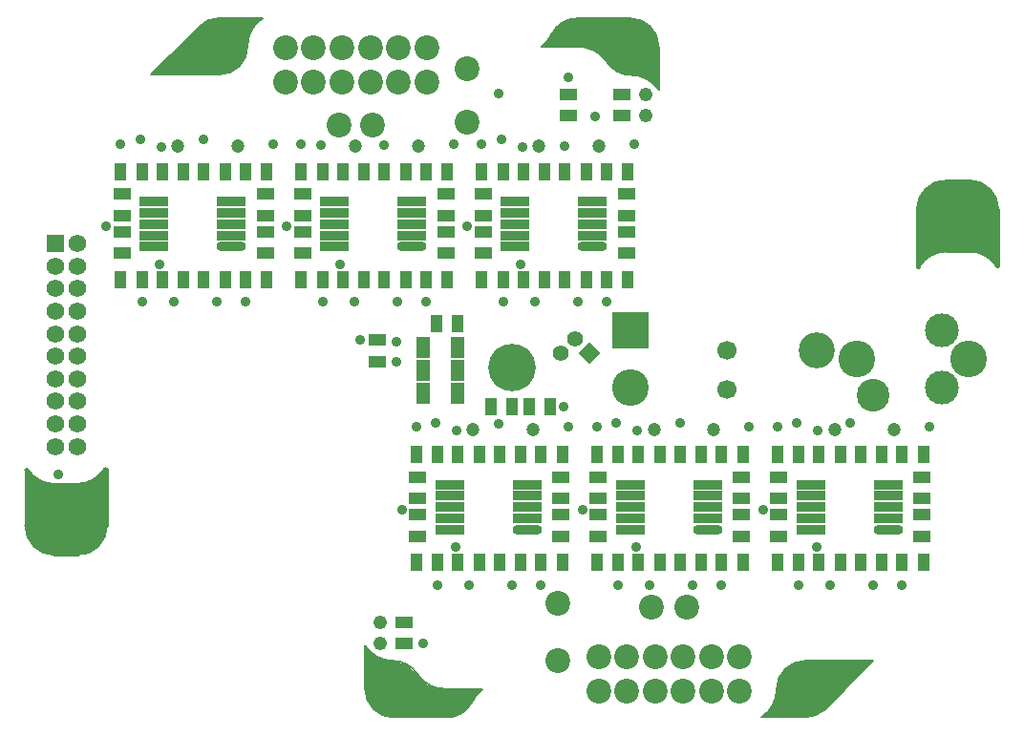
<source format=gts>
G04*
G04 #@! TF.GenerationSoftware,Altium Limited,Altium Designer,20.1.10 (176)*
G04*
G04 Layer_Color=8388736*
%FSAX42Y42*%
%MOMM*%
G71*
G04*
G04 #@! TF.SameCoordinates,63434018-A3C6-436E-83B0-3C2E02A57827*
G04*
G04*
G04 #@! TF.FilePolarity,Negative*
G04*
G01*
G75*
%ADD12C,0.20*%
%ADD15C,0.40*%
%ADD16R,1.50X1.00*%
%ADD17R,1.20X1.90*%
%ADD18R,1.00X1.50*%
%ADD19R,2.62X0.84*%
%ADD20O,2.62X0.84*%
%ADD21C,3.25*%
%ADD22C,3.00*%
%ADD23R,3.25X3.25*%
%ADD24C,1.57*%
%ADD25R,1.57X1.57*%
%ADD26C,1.40*%
%ADD27P,1.98X4X270.0*%
%ADD28C,1.22*%
%ADD29C,1.20*%
%ADD30C,0.90*%
%ADD31C,1.70*%
%ADD32C,2.90*%
%ADD33C,3.20*%
%ADD34C,2.20*%
%ADD35C,4.20*%
G36*
X003131Y000738D02*
X003131Y000738D01*
X003131Y000738D01*
X003143Y000725D01*
X003169Y000702D01*
X003198Y000682D01*
X003229Y000666D01*
X003245Y000660D01*
Y000660D01*
X003273Y000656D01*
X003329Y000646D01*
X003385Y000634D01*
X003440Y000621D01*
X003468Y000613D01*
X003642Y000439D01*
X003642Y000439D01*
X003655Y000431D01*
X003683Y000417D01*
X003713Y000405D01*
X003743Y000397D01*
X003774Y000391D01*
X003805Y000388D01*
X003837Y000389D01*
X003868Y000392D01*
X003883Y000395D01*
X003883Y000395D01*
X003914Y000396D01*
X003976Y000396D01*
X004038Y000396D01*
X004100Y000395D01*
X004116Y000395D01*
X004120Y000390D01*
X004123Y000382D01*
X004120Y000378D01*
X004115Y000372D01*
X004113Y000369D01*
X004018Y000239D01*
X003956Y000177D01*
X003849Y000145D01*
X003346Y000145D01*
Y000145D01*
X003322Y000145D01*
X003273Y000154D01*
X003228Y000173D01*
X003187Y000200D01*
X003152Y000235D01*
X003125Y000276D01*
X003106Y000322D01*
X003096Y000370D01*
X003096Y000395D01*
X003096Y000760D01*
X003108Y000765D01*
X003131Y000738D01*
D02*
G37*
G36*
X000128Y002297D02*
X000152Y002274D01*
X000177Y002251D01*
X000190Y002241D01*
X000190Y002241D01*
X000209Y002234D01*
X000247Y002222D01*
X000286Y002212D01*
X000325Y002204D01*
X000345Y002202D01*
X000345Y002202D01*
X000379Y002200D01*
X000447Y002200D01*
X000516Y002204D01*
X000583Y002212D01*
X000617Y002218D01*
X000643Y002227D01*
X000694Y002249D01*
X000744Y002273D01*
X000791Y002301D01*
X000803Y002309D01*
X000815Y002303D01*
X000812Y001863D01*
X000812Y001845D01*
X000807Y001810D01*
X000798Y001776D01*
X000785Y001744D01*
X000767Y001714D01*
X000746Y001686D01*
X000721Y001661D01*
X000693Y001640D01*
X000662Y001622D01*
X000630Y001609D01*
X000596Y001600D01*
X000561Y001595D01*
X000544Y001595D01*
X000355D01*
X000355Y001595D01*
X000355Y001595D01*
X000334Y001595D01*
X000293Y001601D01*
X000253Y001613D01*
X000215Y001630D01*
X000180Y001653D01*
X000149Y001681D01*
X000122Y001712D01*
X000099Y001748D01*
X000091Y001767D01*
X000095Y002316D01*
X000099Y002319D01*
X000108Y002320D01*
X000128Y002297D01*
D02*
G37*
G36*
X002174Y006336D02*
X002103Y006266D01*
X002066Y006192D01*
X002052Y006052D01*
X002052Y006052D01*
X002048Y006031D01*
X002032Y005990D01*
X002009Y005952D01*
X001981Y005919D01*
X001947Y005891D01*
X001909Y005870D01*
X001868Y005855D01*
X001824Y005847D01*
X001802Y005847D01*
X001220Y005848D01*
X001215Y005859D01*
X001577Y006227D01*
X001586Y006241D01*
X001608Y006266D01*
X001633Y006289D01*
X001660Y006308D01*
X001689Y006323D01*
X001720Y006335D01*
X001752Y006343D01*
X001785Y006347D01*
X001802Y006347D01*
X002170Y006347D01*
X002174Y006336D01*
D02*
G37*
G36*
X006992Y000643D02*
X007575Y000643D01*
X007580Y000631D01*
X007218Y000263D01*
X007208Y000249D01*
X007187Y000224D01*
X007162Y000202D01*
X007135Y000183D01*
X007105Y000167D01*
X007074Y000155D01*
X007042Y000147D01*
X007009Y000143D01*
X006992Y000143D01*
X006625Y000143D01*
X006620Y000155D01*
X006692Y000225D01*
X006728Y000299D01*
X006743Y000438D01*
X006743Y000438D01*
X006747Y000460D01*
X006763Y000501D01*
X006785Y000538D01*
X006814Y000571D01*
X006848Y000599D01*
X006886Y000621D01*
X006927Y000636D01*
X006970Y000643D01*
X006992Y000643D01*
D02*
G37*
G36*
X008248Y004898D02*
X008437Y004898D01*
X008437Y004898D01*
X008437Y004898D01*
X008457Y004898D01*
X008499Y004892D01*
X008539Y004880D01*
X008577Y004862D01*
X008612Y004839D01*
X008643Y004812D01*
X008670Y004780D01*
X008693Y004745D01*
X008701Y004726D01*
X008697Y004177D01*
X008692Y004174D01*
X008684Y004172D01*
X008664Y004195D01*
X008640Y004219D01*
X008615Y004241D01*
X008602Y004252D01*
X008602Y004252D01*
X008583Y004259D01*
X008545Y004271D01*
X008506Y004281D01*
X008466Y004288D01*
X008447Y004291D01*
X008447Y004291D01*
X008413Y004293D01*
X008344Y004293D01*
X008276Y004289D01*
X008209Y004281D01*
X008175Y004275D01*
X008149Y004265D01*
X008098Y004244D01*
X008048Y004219D01*
X008000Y004191D01*
X007988Y004183D01*
X007977Y004190D01*
X007980Y004630D01*
X007980Y004630D01*
X007980Y004630D01*
X007980Y004647D01*
X007985Y004682D01*
X007994Y004716D01*
X008007Y004749D01*
X008025Y004779D01*
X008046Y004807D01*
X008071Y004832D01*
X008099Y004853D01*
X008130Y004870D01*
X008162Y004884D01*
X008196Y004893D01*
X008231Y004898D01*
X008248Y004898D01*
D02*
G37*
G36*
X005520Y006335D02*
X005566Y006316D01*
X005607Y006289D01*
X005641Y006254D01*
X005669Y006213D01*
X005688Y006167D01*
X005697Y006119D01*
X005697Y006094D01*
X005697Y005729D01*
X005685Y005724D01*
X005662Y005751D01*
X005662D01*
X005662Y005751D01*
X005651Y005764D01*
X005625Y005788D01*
X005596Y005807D01*
X005565Y005823D01*
X005548Y005829D01*
X005520Y005833D01*
X005464Y005843D01*
X005408Y005855D01*
X005353Y005868D01*
X005326Y005876D01*
X005152Y006050D01*
X005152Y006050D01*
X005138Y006058D01*
X005110Y006072D01*
X005081Y006084D01*
X005051Y006092D01*
X005020Y006098D01*
X004988Y006101D01*
X004957Y006100D01*
X004926Y006097D01*
X004910Y006094D01*
X004879Y006094D01*
X004817Y006093D01*
X004755Y006093D01*
X004693Y006094D01*
X004677Y006094D01*
X004673Y006100D01*
X004671Y006107D01*
X004673Y006111D01*
X004678Y006117D01*
X004681Y006120D01*
X004775Y006250D01*
X004837Y006312D01*
X004945Y006344D01*
X005447Y006344D01*
X005447Y006344D01*
Y006344D01*
X005472Y006344D01*
X005520Y006335D01*
D02*
G37*
D12*
X006993Y000645D02*
G03*
X006743Y000395I000000J-000250D01*
G01*
X006993Y000145D02*
G03*
X007170Y000218I000000J000250D01*
G01*
X006609Y000145D02*
G03*
X006743Y000395I-000166J000250D01*
G01*
X003556Y000531D02*
G03*
X003832Y000396I000251J000164D01*
G01*
X004131Y000394D02*
G03*
X004041Y000279I000265J-000300D01*
G01*
X003556Y000531D02*
G03*
X003346Y000645I-000210J-000136D01*
G01*
X003096Y000395D02*
G03*
X003346Y000145I000250J000000D01*
G01*
X003820D02*
G03*
X004041Y000279I000000J000250D01*
G01*
X003096Y000779D02*
G03*
X003346Y000645I000250J000166D01*
G01*
X001802Y005846D02*
G03*
X002052Y006096I000000J000250D01*
G01*
X002186Y006346D02*
G03*
X002052Y006096I000166J-000250D01*
G01*
X001801Y006346D02*
G03*
X001625Y006272I000000J-000250D01*
G01*
X005697Y005710D02*
G03*
X005447Y005844I-000250J-000166D01*
G01*
X004974Y006344D02*
G03*
X004752Y006210I000000J-000250D01*
G01*
X005697Y006094D02*
G03*
X005447Y006344I-000250J000000D01*
G01*
X005238Y005958D02*
G03*
X005447Y005844I000210J000136D01*
G01*
X004662Y006095D02*
G03*
X004752Y006210I-000265J000300D01*
G01*
X005238Y005958D02*
G03*
X004962Y006093I-000251J-000164D01*
G01*
X006993Y000645D02*
X007592D01*
X007170Y000218D02*
X007597Y000646D01*
X006609Y000145D02*
X006993D01*
X003096Y000395D02*
Y000779D01*
X003346Y000145D02*
X003820D01*
X003832Y000396D02*
X004133D01*
X001801Y006346D02*
X002186D01*
X001197Y005845D02*
X001625Y006272D01*
X001203Y005846D02*
X001802D01*
X004661Y006093D02*
X004962D01*
X004974Y006344D02*
X005447D01*
X005697Y005710D02*
Y006094D01*
D15*
X000095Y001847D02*
G03*
X000345Y001597I000250J000000D01*
G01*
X000095Y002336D02*
G03*
X000345Y002202I000250J000166D01*
G01*
X000545Y001597D02*
G03*
X000795Y001847I000000J000250D01*
G01*
X000540Y002202D02*
G03*
X000795Y002344I000000J000300D01*
G01*
X008252Y004291D02*
G03*
X007997Y004149I000000J-000300D01*
G01*
X008247Y004896D02*
G03*
X007997Y004646I000000J-000250D01*
G01*
X008697Y004157D02*
G03*
X008447Y004291I-000250J-000166D01*
G01*
X008697Y004646D02*
G03*
X008447Y004896I-000250J000000D01*
G01*
X000095Y001847D02*
Y002336D01*
X000345Y002202D02*
X000540D01*
X000345Y001597D02*
X000545D01*
X000795Y001847D02*
Y002344D01*
X007997Y004149D02*
Y004646D01*
X008247Y004896D02*
X008447D01*
X008252Y004291D02*
X008447D01*
X008697Y004157D02*
Y004646D01*
D16*
X004900Y005480D02*
D03*
Y005670D02*
D03*
X003200Y003490D02*
D03*
Y003300D02*
D03*
X002540Y004260D02*
D03*
Y004450D02*
D03*
Y004787D02*
D03*
Y004597D02*
D03*
X000940Y004450D02*
D03*
Y004260D02*
D03*
Y004597D02*
D03*
Y004787D02*
D03*
X002210Y004450D02*
D03*
Y004260D02*
D03*
Y004597D02*
D03*
Y004787D02*
D03*
X005370Y005670D02*
D03*
Y005480D02*
D03*
X008030Y002087D02*
D03*
Y002277D02*
D03*
Y001940D02*
D03*
Y001750D02*
D03*
X006760Y002087D02*
D03*
Y002277D02*
D03*
Y001940D02*
D03*
Y001750D02*
D03*
X004830Y002087D02*
D03*
Y002277D02*
D03*
Y001940D02*
D03*
Y001750D02*
D03*
X003560Y002087D02*
D03*
Y002277D02*
D03*
Y001940D02*
D03*
Y001750D02*
D03*
X005410Y004597D02*
D03*
Y004787D02*
D03*
Y004450D02*
D03*
Y004260D02*
D03*
X004140Y004597D02*
D03*
Y004787D02*
D03*
Y004450D02*
D03*
Y004260D02*
D03*
X003810Y004597D02*
D03*
Y004787D02*
D03*
Y004450D02*
D03*
Y004260D02*
D03*
X005160Y001940D02*
D03*
Y001750D02*
D03*
Y002087D02*
D03*
Y002277D02*
D03*
X006430Y002087D02*
D03*
Y002277D02*
D03*
Y001940D02*
D03*
Y001750D02*
D03*
X003440Y000990D02*
D03*
Y000800D02*
D03*
D17*
X003612Y003223D02*
D03*
X003912D02*
D03*
X003612Y003017D02*
D03*
X003912D02*
D03*
X003612Y003429D02*
D03*
X003912D02*
D03*
D18*
X003725Y003635D02*
D03*
X003915D02*
D03*
X004548Y002900D02*
D03*
X004738D02*
D03*
X004210D02*
D03*
X004400D02*
D03*
X003739Y002475D02*
D03*
X003549D02*
D03*
X004106D02*
D03*
X003916D02*
D03*
X004285D02*
D03*
X004475D02*
D03*
X004653D02*
D03*
X004843D02*
D03*
X003917Y001520D02*
D03*
X004107D02*
D03*
X003739D02*
D03*
X003549D02*
D03*
X004474D02*
D03*
X004284D02*
D03*
X004653D02*
D03*
X004843D02*
D03*
X002719Y004030D02*
D03*
X002529D02*
D03*
X002719Y004985D02*
D03*
X002529D02*
D03*
X000929D02*
D03*
X001119D02*
D03*
X000929Y004030D02*
D03*
X001119D02*
D03*
X002223Y004985D02*
D03*
X002033D02*
D03*
X002223Y004030D02*
D03*
X002033D02*
D03*
X001487D02*
D03*
X001297D02*
D03*
X001296Y004985D02*
D03*
X001486D02*
D03*
X001664Y004030D02*
D03*
X001854D02*
D03*
X001855Y004985D02*
D03*
X001665D02*
D03*
X006443Y001520D02*
D03*
X006253D02*
D03*
X005423Y004030D02*
D03*
X005233D02*
D03*
X003823D02*
D03*
X003633D02*
D03*
X007675Y002475D02*
D03*
X007485D02*
D03*
X007484Y001520D02*
D03*
X007674D02*
D03*
X007116Y002475D02*
D03*
X007306D02*
D03*
X007307Y001520D02*
D03*
X007117D02*
D03*
X008043D02*
D03*
X007853D02*
D03*
X008043Y002475D02*
D03*
X007853D02*
D03*
X006749Y001520D02*
D03*
X006939D02*
D03*
X006749Y002475D02*
D03*
X006939D02*
D03*
X005423Y004985D02*
D03*
X005233D02*
D03*
X003823D02*
D03*
X003633D02*
D03*
X006443Y002475D02*
D03*
X006253D02*
D03*
X005055Y004985D02*
D03*
X004865D02*
D03*
X004864Y004030D02*
D03*
X005054D02*
D03*
X004496Y004985D02*
D03*
X004686D02*
D03*
X004687Y004030D02*
D03*
X004497D02*
D03*
X004129D02*
D03*
X004319D02*
D03*
X004129Y004985D02*
D03*
X004319D02*
D03*
X003455D02*
D03*
X003265D02*
D03*
X003264Y004030D02*
D03*
X003454D02*
D03*
X002896Y004985D02*
D03*
X003086D02*
D03*
X003087Y004030D02*
D03*
X002897D02*
D03*
X005149Y002475D02*
D03*
X005339D02*
D03*
X005516D02*
D03*
X005706D02*
D03*
X006075D02*
D03*
X005885D02*
D03*
X005884Y001520D02*
D03*
X006074D02*
D03*
X005707D02*
D03*
X005517D02*
D03*
X005149D02*
D03*
X005339D02*
D03*
D19*
X002824Y004720D02*
D03*
X003510D02*
D03*
X002824Y004620D02*
D03*
Y004520D02*
D03*
Y004420D02*
D03*
Y004320D02*
D03*
X003510Y004620D02*
D03*
Y004520D02*
D03*
Y004420D02*
D03*
X001910D02*
D03*
Y004520D02*
D03*
Y004620D02*
D03*
X001224Y004320D02*
D03*
Y004420D02*
D03*
Y004520D02*
D03*
Y004620D02*
D03*
X001910Y004720D02*
D03*
X001224D02*
D03*
X007730Y001910D02*
D03*
Y002010D02*
D03*
Y002110D02*
D03*
X007044Y001810D02*
D03*
Y001910D02*
D03*
Y002010D02*
D03*
Y002110D02*
D03*
X007730Y002210D02*
D03*
X007044D02*
D03*
X004530Y001910D02*
D03*
Y002010D02*
D03*
Y002110D02*
D03*
X003844Y001810D02*
D03*
Y001910D02*
D03*
Y002010D02*
D03*
Y002110D02*
D03*
X004530Y002210D02*
D03*
X003844D02*
D03*
X005110Y004420D02*
D03*
Y004520D02*
D03*
Y004620D02*
D03*
X004424Y004320D02*
D03*
Y004420D02*
D03*
Y004520D02*
D03*
Y004620D02*
D03*
X005110Y004720D02*
D03*
X004424D02*
D03*
X006130Y001910D02*
D03*
Y002010D02*
D03*
Y002110D02*
D03*
X005444Y001810D02*
D03*
Y001910D02*
D03*
Y002010D02*
D03*
Y002110D02*
D03*
X006130Y002210D02*
D03*
X005444D02*
D03*
D20*
X003510Y004320D02*
D03*
X001910D02*
D03*
X007730Y001810D02*
D03*
X004530Y001810D02*
D03*
X005110Y004320D02*
D03*
X006130Y001810D02*
D03*
D21*
X007457Y003326D02*
D03*
X008447D02*
D03*
X005450Y003072D02*
D03*
D22*
X008206D02*
D03*
Y003580D02*
D03*
D23*
X005450D02*
D03*
D24*
X000347Y003747D02*
D03*
Y003947D02*
D03*
X000547Y003547D02*
D03*
X000347D02*
D03*
X000547Y003747D02*
D03*
Y003947D02*
D03*
Y004147D02*
D03*
X000347D02*
D03*
X000547Y004347D02*
D03*
Y003347D02*
D03*
X000347Y003147D02*
D03*
X000547D02*
D03*
X000347Y003347D02*
D03*
X000547Y002947D02*
D03*
X000347Y002747D02*
D03*
X000547D02*
D03*
X000347Y002947D02*
D03*
X000547Y002547D02*
D03*
X000347D02*
D03*
D25*
Y004347D02*
D03*
D26*
X004825Y003375D02*
D03*
X004952Y003502D02*
D03*
D27*
X005079Y003375D02*
D03*
D28*
X003225Y000990D02*
D03*
Y000800D02*
D03*
X005580Y005479D02*
D03*
Y005670D02*
D03*
D29*
X003010Y005210D02*
D03*
X005164D02*
D03*
X004637D02*
D03*
X003564D02*
D03*
X001437D02*
D03*
X001964D02*
D03*
X004581Y002700D02*
D03*
X004053D02*
D03*
X005657D02*
D03*
X006184D02*
D03*
X007257D02*
D03*
X007784D02*
D03*
D30*
X004282Y002746D02*
D03*
X007390Y002760D02*
D03*
X002874Y004165D02*
D03*
X002719Y003830D02*
D03*
X000375Y002300D02*
D03*
X004900Y005825D02*
D03*
X004850Y002900D02*
D03*
X005136Y005478D02*
D03*
X004865Y005213D02*
D03*
X003050Y003490D02*
D03*
X003375Y003300D02*
D03*
Y003475D02*
D03*
X004275Y005675D02*
D03*
X003610Y000800D02*
D03*
X007109Y002690D02*
D03*
X006620Y001990D02*
D03*
X006920Y002760D02*
D03*
X007853Y001320D02*
D03*
X008100Y002720D02*
D03*
X006939Y001320D02*
D03*
X006749Y002720D02*
D03*
X007219Y001320D02*
D03*
X007094Y001655D02*
D03*
X007600Y001320D02*
D03*
X005509Y002690D02*
D03*
X005020Y001990D02*
D03*
X005885Y002760D02*
D03*
X005320D02*
D03*
X006253Y001320D02*
D03*
X006500Y002720D02*
D03*
X005339Y001320D02*
D03*
X005149Y002720D02*
D03*
X005619Y001320D02*
D03*
X005494Y001655D02*
D03*
X006000Y001320D02*
D03*
X001289Y005200D02*
D03*
X000800Y004500D02*
D03*
X001665Y005270D02*
D03*
X001100D02*
D03*
X002033Y003830D02*
D03*
X002280Y005230D02*
D03*
X001119Y003830D02*
D03*
X000929Y005230D02*
D03*
X001399Y003830D02*
D03*
X001274Y004165D02*
D03*
X001780Y003830D02*
D03*
X004489Y005200D02*
D03*
X004000Y004500D02*
D03*
X004300Y005270D02*
D03*
X005233Y003830D02*
D03*
X005480Y005230D02*
D03*
X004319Y003830D02*
D03*
X004129Y005230D02*
D03*
X004599Y003830D02*
D03*
X004474Y004165D02*
D03*
X004980Y003830D02*
D03*
X002400Y004500D02*
D03*
X003265Y005220D02*
D03*
X002700D02*
D03*
X003633Y003830D02*
D03*
X003880Y005230D02*
D03*
X002529D02*
D03*
X002999Y003830D02*
D03*
X003380D02*
D03*
X004653Y001320D02*
D03*
X003739D02*
D03*
X003720Y002760D02*
D03*
X003909Y002690D02*
D03*
X003549Y002720D02*
D03*
X004900D02*
D03*
X004400Y001320D02*
D03*
X004019D02*
D03*
X003420Y001990D02*
D03*
X003894Y001655D02*
D03*
D31*
X006300Y003400D02*
D03*
Y003050D02*
D03*
D32*
X007597Y003000D02*
D03*
D33*
X007097Y003400D02*
D03*
D34*
X004000Y005425D02*
D03*
Y005900D02*
D03*
X004800Y000650D02*
D03*
Y001155D02*
D03*
X005630Y001120D02*
D03*
X005950D02*
D03*
X003165Y005400D02*
D03*
X002865D02*
D03*
X005665Y000680D02*
D03*
X006415Y000380D02*
D03*
X005165D02*
D03*
X005665D02*
D03*
X005415D02*
D03*
X005915D02*
D03*
X006165D02*
D03*
X005165Y000680D02*
D03*
X005415D02*
D03*
X005915D02*
D03*
X006165D02*
D03*
X006415D02*
D03*
X003640Y006080D02*
D03*
X003390D02*
D03*
X003140D02*
D03*
X002640D02*
D03*
X002390D02*
D03*
X003390Y005780D02*
D03*
X003140D02*
D03*
X002640D02*
D03*
X002890D02*
D03*
X002390D02*
D03*
X003640D02*
D03*
X002890Y006080D02*
D03*
D35*
X000397Y001845D02*
D03*
X003347Y000395D02*
D03*
X001800Y006095D02*
D03*
X008397Y004645D02*
D03*
X006993Y000395D02*
D03*
X005447Y006095D02*
D03*
X004397Y003245D02*
D03*
M02*

</source>
